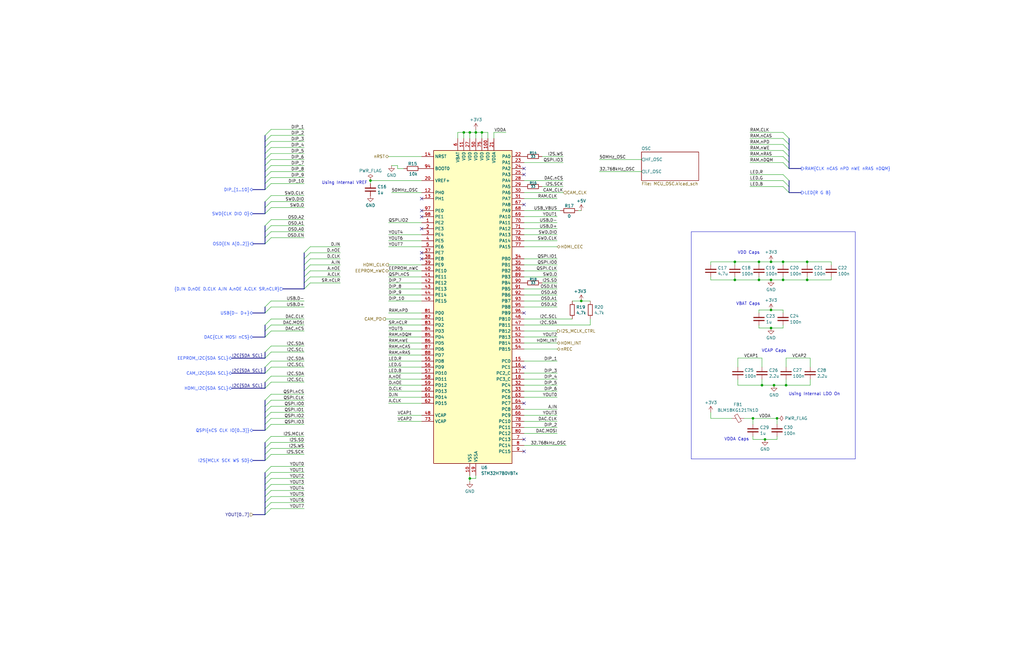
<source format=kicad_sch>
(kicad_sch (version 20231120) (generator "eeschema") (generator_version "8.0")
  (paper "B")
  (title_block (title "Camera Testing Board") (date "2024-10-19") (rev "1") (comment 1 "E. Eidt"))
  (lib_symbols
    (symbol "Device:FerriteBead_Small" (pin_numbers hide) (pin_names (offset 0))
      (property "Reference" "FB" (at 1.905 1.27 0))
      (property "Value" "FerriteBead_Small" (at 1.905 -1.27 0))
      (symbol "FerriteBead_Small_0_1"
        (polyline (pts (xy 0 -1.27) (xy 0 -0.7874)))
        (polyline (pts (xy 0 0.889) (xy 0 1.2954)))
        (polyline (pts (xy -1.8288 0.2794) (xy -1.1176 1.4986) (xy 1.8288 -0.2032) (xy 1.1176 -1.4224) (xy -1.8288 0.2794)))
      )
      (symbol "FerriteBead_Small_1_1"
        (pin passive line (at 0 2.54 270) (length 1.27) (name "~") (number "1"))
        (pin passive line (at 0 -2.54 90) (length 1.27) (name "~") (number "2"))
      )
    )
    (symbol "MCU_ST_STM32H7:STM32H7B0VBTx"
      (property "Reference" "U" (at -15.24 67.31 0))
      (property "Value" "STM32H7B0VBTx" (at 12.7 67.31 0))
      (symbol "STM32H7B0VBTx_0_1"
        (rectangle (start -15.24 -66.04) (end 17.78 66.04) (stroke (width 0.254)) (fill (type background)))
      )
      (symbol "STM32H7B0VBTx_1_1"
        (pin bidirectional line (at -20.32 35.56 0) (length 5.08) (name "PE2") (number "1"))
        (pin power_in line (at 0 -71.12 90) (length 5.08) (name "VSS") (number "10"))
        (pin power_in line (at 7.62 71.12 270) (length 5.08) (name "VDD") (number "100"))
        (pin power_in line (at -2.54 71.12 270) (length 5.08) (name "VDD") (number "11"))
        (pin bidirectional line (at -20.32 48.26 0) (length 5.08) (name "PH0") (number "12"))
        (pin bidirectional line (at -20.32 45.72 0) (length 5.08) (name "PH1") (number "13"))
        (pin input line (at -20.32 63.5 0) (length 5.08) (name "NRST") (number "14"))
        (pin bidirectional line (at 22.86 -22.86 180) (length 5.08) (name "PC0") (number "15"))
        (pin bidirectional line (at 22.86 -25.4 180) (length 5.08) (name "PC1") (number "16"))
        (pin bidirectional line (at 22.86 -27.94 180) (length 5.08) (name "PC2_C") (number "17"))
        (pin bidirectional line (at 22.86 -30.48 180) (length 5.08) (name "PC3_C") (number "18"))
        (pin power_in line (at 2.54 -71.12 90) (length 5.08) (name "VSSA") (number "19"))
        (pin bidirectional line (at -20.32 33.02 0) (length 5.08) (name "PE3") (number "2"))
        (pin input line (at -20.32 53.34 0) (length 5.08) (name "VREF+") (number "20"))
        (pin power_in line (at 10.16 71.12 270) (length 5.08) (name "VDDA") (number "21"))
        (pin bidirectional line (at 22.86 63.5 180) (length 5.08) (name "PA0") (number "22"))
        (pin bidirectional line (at 22.86 60.96 180) (length 5.08) (name "PA1") (number "23"))
        (pin bidirectional line (at 22.86 58.42 180) (length 5.08) (name "PA2") (number "24"))
        (pin bidirectional line (at 22.86 55.88 180) (length 5.08) (name "PA3") (number "25"))
        (pin passive line (at 0 -71.12 90) (length 5.08) hide (name "VSS") (number "26"))
        (pin power_in line (at 0 71.12 270) (length 5.08) (name "VDD") (number "27"))
        (pin bidirectional line (at 22.86 53.34 180) (length 5.08) (name "PA4") (number "28"))
        (pin bidirectional line (at 22.86 50.8 180) (length 5.08) (name "PA5") (number "29"))
        (pin bidirectional line (at -20.32 30.48 0) (length 5.08) (name "PE4") (number "3"))
        (pin bidirectional line (at 22.86 48.26 180) (length 5.08) (name "PA6") (number "30"))
        (pin bidirectional line (at 22.86 45.72 180) (length 5.08) (name "PA7") (number "31"))
        (pin bidirectional line (at 22.86 -33.02 180) (length 5.08) (name "PC4") (number "32"))
        (pin bidirectional line (at 22.86 -35.56 180) (length 5.08) (name "PC5") (number "33"))
        (pin bidirectional line (at 22.86 20.32 180) (length 5.08) (name "PB0") (number "34"))
        (pin bidirectional line (at 22.86 17.78 180) (length 5.08) (name "PB1") (number "35"))
        (pin bidirectional line (at 22.86 15.24 180) (length 5.08) (name "PB2") (number "36"))
        (pin bidirectional line (at -20.32 22.86 0) (length 5.08) (name "PE7") (number "37"))
        (pin bidirectional line (at -20.32 20.32 0) (length 5.08) (name "PE8") (number "38"))
        (pin bidirectional line (at -20.32 17.78 0) (length 5.08) (name "PE9") (number "39"))
        (pin bidirectional line (at -20.32 27.94 0) (length 5.08) (name "PE5") (number "4"))
        (pin bidirectional line (at -20.32 15.24 0) (length 5.08) (name "PE10") (number "40"))
        (pin bidirectional line (at -20.32 12.7 0) (length 5.08) (name "PE11") (number "41"))
        (pin bidirectional line (at -20.32 10.16 0) (length 5.08) (name "PE12") (number "42"))
        (pin bidirectional line (at -20.32 7.62 0) (length 5.08) (name "PE13") (number "43"))
        (pin bidirectional line (at -20.32 5.08 0) (length 5.08) (name "PE14") (number "44"))
        (pin bidirectional line (at -20.32 2.54 0) (length 5.08) (name "PE15") (number "45"))
        (pin bidirectional line (at 22.86 -5.08 180) (length 5.08) (name "PB10") (number "46"))
        (pin bidirectional line (at 22.86 -7.62 180) (length 5.08) (name "PB11") (number "47"))
        (pin power_out line (at -20.32 -45.72 0) (length 5.08) (name "VCAP") (number "48"))
        (pin passive line (at 0 -71.12 90) (length 5.08) hide (name "VSS") (number "49"))
        (pin bidirectional line (at -20.32 25.4 0) (length 5.08) (name "PE6") (number "5"))
        (pin power_in line (at 2.54 71.12 270) (length 5.08) (name "VDD") (number "50"))
        (pin bidirectional line (at 22.86 -10.16 180) (length 5.08) (name "PB12") (number "51"))
        (pin bidirectional line (at 22.86 -12.7 180) (length 5.08) (name "PB13") (number "52"))
        (pin bidirectional line (at 22.86 -15.24 180) (length 5.08) (name "PB14") (number "53"))
        (pin bidirectional line (at 22.86 -17.78 180) (length 5.08) (name "PB15") (number "54"))
        (pin bidirectional line (at -20.32 -22.86 0) (length 5.08) (name "PD8") (number "55"))
        (pin bidirectional line (at -20.32 -25.4 0) (length 5.08) (name "PD9") (number "56"))
        (pin bidirectional line (at -20.32 -27.94 0) (length 5.08) (name "PD10") (number "57"))
        (pin bidirectional line (at -20.32 -30.48 0) (length 5.08) (name "PD11") (number "58"))
        (pin bidirectional line (at -20.32 -33.02 0) (length 5.08) (name "PD12") (number "59"))
        (pin power_in line (at -5.08 71.12 270) (length 5.08) (name "VBAT") (number "6"))
        (pin bidirectional line (at -20.32 -35.56 0) (length 5.08) (name "PD13") (number "60"))
        (pin bidirectional line (at -20.32 -38.1 0) (length 5.08) (name "PD14") (number "61"))
        (pin bidirectional line (at -20.32 -40.64 0) (length 5.08) (name "PD15") (number "62"))
        (pin bidirectional line (at 22.86 -38.1 180) (length 5.08) (name "PC6") (number "63"))
        (pin bidirectional line (at 22.86 -40.64 180) (length 5.08) (name "PC7") (number "64"))
        (pin bidirectional line (at 22.86 -43.18 180) (length 5.08) (name "PC8") (number "65"))
        (pin bidirectional line (at 22.86 -45.72 180) (length 5.08) (name "PC9") (number "66"))
        (pin bidirectional line (at 22.86 43.18 180) (length 5.08) (name "PA8") (number "67"))
        (pin bidirectional line (at 22.86 40.64 180) (length 5.08) (name "PA9") (number "68"))
        (pin bidirectional line (at 22.86 38.1 180) (length 5.08) (name "PA10") (number "69"))
        (pin bidirectional line (at 22.86 -55.88 180) (length 5.08) (name "PC13") (number "7"))
        (pin bidirectional line (at 22.86 35.56 180) (length 5.08) (name "PA11") (number "70"))
        (pin bidirectional line (at 22.86 33.02 180) (length 5.08) (name "PA12") (number "71"))
        (pin bidirectional line (at 22.86 30.48 180) (length 5.08) (name "PA13") (number "72"))
        (pin power_out line (at -20.32 -48.26 0) (length 5.08) (name "VCAP") (number "73"))
        (pin passive line (at 0 -71.12 90) (length 5.08) hide (name "VSS") (number "74"))
        (pin power_in line (at 5.08 71.12 270) (length 5.08) (name "VDD") (number "75"))
        (pin bidirectional line (at 22.86 27.94 180) (length 5.08) (name "PA14") (number "76"))
        (pin bidirectional line (at 22.86 25.4 180) (length 5.08) (name "PA15") (number "77"))
        (pin bidirectional line (at 22.86 -48.26 180) (length 5.08) (name "PC10") (number "78"))
        (pin bidirectional line (at 22.86 -50.8 180) (length 5.08) (name "PC11") (number "79"))
        (pin bidirectional line (at 22.86 -58.42 180) (length 5.08) (name "PC14") (number "8"))
        (pin bidirectional line (at 22.86 -53.34 180) (length 5.08) (name "PC12") (number "80"))
        (pin bidirectional line (at -20.32 -2.54 0) (length 5.08) (name "PD0") (number "81"))
        (pin bidirectional line (at -20.32 -5.08 0) (length 5.08) (name "PD1") (number "82"))
        (pin bidirectional line (at -20.32 -7.62 0) (length 5.08) (name "PD2") (number "83"))
        (pin bidirectional line (at -20.32 -10.16 0) (length 5.08) (name "PD3") (number "84"))
        (pin bidirectional line (at -20.32 -12.7 0) (length 5.08) (name "PD4") (number "85"))
        (pin bidirectional line (at -20.32 -15.24 0) (length 5.08) (name "PD5") (number "86"))
        (pin bidirectional line (at -20.32 -17.78 0) (length 5.08) (name "PD6") (number "87"))
        (pin bidirectional line (at -20.32 -20.32 0) (length 5.08) (name "PD7") (number "88"))
        (pin bidirectional line (at 22.86 12.7 180) (length 5.08) (name "PB3") (number "89"))
        (pin bidirectional line (at 22.86 -60.96 180) (length 5.08) (name "PC15") (number "9"))
        (pin bidirectional line (at 22.86 10.16 180) (length 5.08) (name "PB4") (number "90"))
        (pin bidirectional line (at 22.86 7.62 180) (length 5.08) (name "PB5") (number "91"))
        (pin bidirectional line (at 22.86 5.08 180) (length 5.08) (name "PB6") (number "92"))
        (pin bidirectional line (at 22.86 2.54 180) (length 5.08) (name "PB7") (number "93"))
        (pin input line (at -20.32 58.42 0) (length 5.08) (name "BOOT0") (number "94"))
        (pin bidirectional line (at 22.86 0 180) (length 5.08) (name "PB8") (number "95"))
        (pin bidirectional line (at 22.86 -2.54 180) (length 5.08) (name "PB9") (number "96"))
        (pin bidirectional line (at -20.32 40.64 0) (length 5.08) (name "PE0") (number "97"))
        (pin bidirectional line (at -20.32 38.1 0) (length 5.08) (name "PE1") (number "98"))
        (pin passive line (at 0 -71.12 90) (length 5.08) hide (name "VSS") (number "99"))
      )
    )
    (symbol "PCM_SL_Capacitors:100nF_Ceramic"
      (property "Reference" "C" (at 0 6.35 0))
      (property "Value" "100nF_Ceramic" (at 0 3.81 0))
      (symbol "100nF_Ceramic_0_1"
        (rectangle (start -0.762 2.286) (end -0.508 -2.286) (fill (type outline)))
        (rectangle (start 0.508 2.286) (end 0.762 -2.286) (fill (type outline)))
      )
      (symbol "100nF_Ceramic_1_1"
        (pin passive line (at -2.54 0 0) (length 2) (name "~") (number "1"))
        (pin input line (at 2.54 0 180) (length 2) (name "~") (number "2"))
      )
    )
    (symbol "PCM_SL_Devices:Capacitor_NP"
      (property "Reference" "C" (at 0 6.35 0))
      (property "Value" "Capacitor_NP" (at 0 3.81 0))
      (symbol "Capacitor_NP_0_1"
        (rectangle (start -0.762 2.286) (end -0.508 -2.286) (fill (type outline)))
        (rectangle (start 0.508 2.286) (end 0.762 -2.286) (fill (type outline)))
      )
      (symbol "Capacitor_NP_1_1"
        (pin passive line (at -2.54 0 0) (length 2) (name "~") (number "1"))
        (pin input line (at 2.54 0 180) (length 2) (name "~") (number "2"))
      )
    )
    (symbol "PCM_SL_Resistors:0ohm"
      (property "Reference" "R" (at 0 5.08 0))
      (property "Value" "0ohm" (at 0 2.54 0))
      (symbol "0ohm_0_1"
        (rectangle (start -2.286 0.889) (end 2.286 -0.889) (stroke (width 0.24)))
      )
      (symbol "0ohm_1_1"
        (pin passive line (at -3.81 0 0) (length 1.5) (name "") (number "1"))
        (pin passive line (at 3.81 0 180) (length 1.5) (name "~") (number "2"))
      )
    )
    (symbol "PCM_SL_Resistors:10k"
      (property "Reference" "R" (at 0 5.08 0))
      (property "Value" "10k" (at 0 2.54 0))
      (symbol "10k_0_1"
        (rectangle (start -2.286 0.889) (end 2.286 -0.889) (stroke (width 0.24)))
      )
      (symbol "10k_1_1"
        (pin passive line (at -3.81 0 0) (length 1.5) (name "") (number "1"))
        (pin passive line (at 3.81 0 180) (length 1.5) (name "~") (number "2"))
      )
    )
    (symbol "PCM_SL_Resistors:33ohm"
      (property "Reference" "R" (at 0 5.08 0))
      (property "Value" "33ohm" (at 0 2.54 0))
      (symbol "33ohm_0_1"
        (rectangle (start -2.286 0.889) (end 2.286 -0.889) (stroke (width 0.24)))
      )
      (symbol "33ohm_1_1"
        (pin passive line (at -3.81 0 0) (length 1.5) (name "") (number "1"))
        (pin passive line (at 3.81 0 180) (length 1.5) (name "~") (number "2"))
      )
    )
    (symbol "PCM_SL_Resistors:4.7k"
      (property "Reference" "R" (at 0 5.08 0))
      (property "Value" "4.7k" (at 0 2.54 0))
      (symbol "4.7k_0_1"
        (rectangle (start -2.286 0.889) (end 2.286 -0.889) (stroke (width 0.24)))
      )
      (symbol "4.7k_1_1"
        (pin passive line (at -3.81 0 0) (length 1.5) (name "") (number "1"))
        (pin passive line (at 3.81 0 180) (length 1.5) (name "~") (number "2"))
      )
    )
    (symbol "power:+1V2" (power) (pin_numbers hide) (pin_names (offset 0) hide)
      (property "Value" "+1V2" (at 0 3.556 0))
      (symbol "+1V2_0_1"
        (polyline (pts (xy -0.762 1.27) (xy 0 2.54)))
        (polyline (pts (xy 0 0) (xy 0 2.54)))
        (polyline (pts (xy 0 2.54) (xy 0.762 1.27)))
      )
      (symbol "+1V2_1_1"
        (pin power_in line (at 0 0 90) (length 0) (name "~") (number "1"))
      )
    )
    (symbol "power:+3V3" (power) (pin_numbers hide) (pin_names (offset 0) hide)
      (property "Value" "+3V3" (at 0 3.556 0))
      (symbol "+3V3_0_1"
        (polyline (pts (xy -0.762 1.27) (xy 0 2.54)))
        (polyline (pts (xy 0 0) (xy 0 2.54)))
        (polyline (pts (xy 0 2.54) (xy 0.762 1.27)))
      )
      (symbol "+3V3_1_1"
        (pin power_in line (at 0 0 90) (length 0) (name "~") (number "1"))
      )
    )
    (symbol "power:+5V" (power) (pin_numbers hide) (pin_names (offset 0) hide)
      (property "Value" "+5V" (at 0 3.556 0))
      (symbol "+5V_0_1"
        (polyline (pts (xy -0.762 1.27) (xy 0 2.54)))
        (polyline (pts (xy 0 0) (xy 0 2.54)))
        (polyline (pts (xy 0 2.54) (xy 0.762 1.27)))
      )
      (symbol "+5V_1_1"
        (pin power_in line (at 0 0 90) (length 0) (name "~") (number "1"))
      )
    )
    (symbol "power:GND" (power) (pin_numbers hide) (pin_names (offset 0) hide)
      (property "Value" "GND" (at 0 -3.81 0))
      (symbol "GND_0_1"
        (polyline (pts (xy 0 0) (xy 0 -1.27) (xy 1.27 -1.27) (xy 0 -2.54) (xy -1.27 -1.27) (xy 0 -1.27)))
      )
      (symbol "GND_1_1"
        (pin power_in line (at 0 0 270) (length 0) (name "~") (number "1"))
      )
    )
    (symbol "power:PWR_FLAG" (power) (pin_numbers hide) (pin_names (offset 0) hide)
      (property "Value" "PWR_FLAG" (at 0 3.81 0))
      (symbol "PWR_FLAG_0_0"
        (pin power_out line (at 0 0 90) (length 0) (name "~") (number "1"))
      )
      (symbol "PWR_FLAG_0_1"
        (polyline (pts (xy 0 0) (xy 0 1.27) (xy -1.016 1.905) (xy 0 2.54) (xy 1.016 1.905) (xy 0 1.27)))
      )
    )
  )
  (junction (at 326.39 162.56))
  (junction (at 340.36 110.49))
  (junction (at 198.12 55.88))
  (junction (at 325.12 138.43))
  (junction (at 200.66 55.88))
  (junction (at 245.11 127))
  (junction (at 321.31 162.56))
  (junction (at 309.88 110.49))
  (junction (at 325.12 118.11))
  (junction (at 330.2 118.11))
  (junction (at 317.5 176.53))
  (junction (at 330.2 110.49))
  (junction (at 198.12 201.93))
  (junction (at 156.21 76.2))
  (junction (at 320.04 110.49))
  (junction (at 320.04 118.11))
  (junction (at 331.47 162.56))
  (junction (at 325.12 130.81))
  (junction (at 327.66 176.53))
  (junction (at 195.58 55.88))
  (junction (at 309.88 118.11))
  (junction (at 325.12 110.49))
  (junction (at 322.58 185.42))
  (junction (at 340.36 118.11))
  (junction (at 203.2 55.88))
  (no_connect (at 177.8 109.22))
  (no_connect (at 220.98 86.36))
  (no_connect (at 220.98 73.66))
  (no_connect (at 177.8 83.82))
  (no_connect (at 177.8 96.52))
  (no_connect (at 220.98 185.42))
  (no_connect (at 177.8 106.68))
  (no_connect (at 177.8 88.9))
  (no_connect (at 220.98 154.94))
  (no_connect (at 220.98 190.5))
  (no_connect (at 220.98 132.08))
  (no_connect (at 220.98 71.12))
  (no_connect (at 220.98 170.18))
  (no_connect (at 177.8 91.44))
  (bus_entry (at 114.3 199.39) (size -2.54 2.54))
  (bus_entry (at 130.81 109.22) (size -2.54 2.54))
  (bus_entry (at 130.81 114.3) (size -2.54 2.54))
  (bus_entry (at 114.3 207.01) (size -2.54 2.54))
  (bus_entry (at 111.76 194.31) (size 2.54 -2.54))
  (bus_entry (at 114.3 87.63) (size -2.54 2.54))
  (bus_entry (at 111.76 132.08) (size 2.54 -2.54))
  (bus_entry (at 111.76 163.83) (size 2.54 -2.54))
  (bus_entry (at 111.76 161.29) (size 2.54 -2.54))
  (bus_entry (at 114.3 179.07) (size -2.54 2.54))
  (bus_entry (at 111.76 151.13) (size 2.54 -2.54))
  (bus_entry (at 114.3 64.77) (size -2.54 2.54))
  (bus_entry (at 330.2 63.5) (size 2.54 2.54))
  (bus_entry (at 114.3 212.09) (size -2.54 2.54))
  (bus_entry (at 114.3 67.31) (size -2.54 2.54))
  (bus_entry (at 111.76 191.77) (size 2.54 -2.54))
  (bus_entry (at 330.2 68.58) (size 2.54 2.54))
  (bus_entry (at 111.76 189.23) (size 2.54 -2.54))
  (bus_entry (at 114.3 57.15) (size -2.54 2.54))
  (bus_entry (at 114.3 69.85) (size -2.54 2.54))
  (bus_entry (at 114.3 97.79) (size -2.54 2.54))
  (bus_entry (at 330.2 58.42) (size 2.54 2.54))
  (bus_entry (at 111.76 137.16) (size 2.54 -2.54))
  (bus_entry (at 114.3 62.23) (size -2.54 2.54))
  (bus_entry (at 130.81 106.68) (size -2.54 2.54))
  (bus_entry (at 111.76 157.48) (size 2.54 -2.54))
  (bus_entry (at 114.3 176.53) (size -2.54 2.54))
  (bus_entry (at 114.3 196.85) (size -2.54 2.54))
  (bus_entry (at 330.2 66.04) (size 2.54 2.54))
  (bus_entry (at 114.3 171.45) (size -2.54 2.54))
  (bus_entry (at 114.3 100.33) (size -2.54 2.54))
  (bus_entry (at 130.81 119.38) (size -2.54 2.54))
  (bus_entry (at 114.3 204.47) (size -2.54 2.54))
  (bus_entry (at 111.76 139.7) (size 2.54 -2.54))
  (bus_entry (at 114.3 59.69) (size -2.54 2.54))
  (bus_entry (at 114.3 201.93) (size -2.54 2.54))
  (bus_entry (at 114.3 166.37) (size -2.54 2.54))
  (bus_entry (at 332.74 81.28) (size -2.54 -2.54))
  (bus_entry (at 114.3 173.99) (size -2.54 2.54))
  (bus_entry (at 114.3 82.55) (size -2.54 2.54))
  (bus_entry (at 114.3 54.61) (size -2.54 2.54))
  (bus_entry (at 111.76 148.59) (size 2.54 -2.54))
  (bus_entry (at 130.81 111.76) (size -2.54 2.54))
  (bus_entry (at 114.3 72.39) (size -2.54 2.54))
  (bus_entry (at 114.3 74.93) (size -2.54 2.54))
  (bus_entry (at 332.74 78.74) (size -2.54 -2.54))
  (bus_entry (at 111.76 186.69) (size 2.54 -2.54))
  (bus_entry (at 111.76 129.54) (size 2.54 -2.54))
  (bus_entry (at 332.74 76.2) (size -2.54 -2.54))
  (bus_entry (at 111.76 142.24) (size 2.54 -2.54))
  (bus_entry (at 114.3 92.71) (size -2.54 2.54))
  (bus_entry (at 114.3 85.09) (size -2.54 2.54))
  (bus_entry (at 130.81 104.14) (size -2.54 2.54))
  (bus_entry (at 114.3 209.55) (size -2.54 2.54))
  (bus_entry (at 130.81 116.84) (size -2.54 2.54))
  (bus_entry (at 330.2 60.96) (size 2.54 2.54))
  (bus_entry (at 114.3 77.47) (size -2.54 2.54))
  (bus_entry (at 330.2 55.88) (size 2.54 2.54))
  (bus_entry (at 114.3 214.63) (size -2.54 2.54))
  (bus_entry (at 111.76 154.94) (size 2.54 -2.54))
  (bus_entry (at 114.3 168.91) (size -2.54 2.54))
  (bus_entry (at 114.3 95.25) (size -2.54 2.54))
  (wire (pts (xy 320.04 118.11) (xy 325.12 118.11)))
  (wire (pts (xy 198.12 203.2) (xy 198.12 201.93)))
  (wire (pts (xy 325.12 138.43) (xy 330.2 138.43)))
  (wire (pts (xy 165.1 69.85) (xy 167.64 69.85)))
  (wire (pts (xy 326.39 162.56) (xy 331.47 162.56)))
  (wire (pts (xy 114.3 191.77) (xy 128.27 191.77)))
  (wire (pts (xy 114.3 179.07) (xy 128.27 179.07)))
  (wire (pts (xy 331.47 151.13) (xy 331.47 154.94)))
  (bus (pts (xy 111.76 87.63) (xy 111.76 90.17)))
  (wire (pts (xy 299.72 111.76) (xy 299.72 110.49)))
  (wire (pts (xy 200.66 201.93) (xy 198.12 201.93)))
  (wire (pts (xy 114.3 168.91) (xy 128.27 168.91)))
  (wire (pts (xy 163.83 111.76) (xy 177.8 111.76)))
  (wire (pts (xy 114.3 127) (xy 128.27 127)))
  (bus (pts (xy 111.76 161.29) (xy 111.76 163.83)))
  (wire (pts (xy 130.81 119.38) (xy 143.51 119.38)))
  (wire (pts (xy 330.2 118.11) (xy 340.36 118.11)))
  (wire (pts (xy 340.36 110.49) (xy 350.52 110.49)))
  (wire (pts (xy 299.72 118.11) (xy 309.88 118.11)))
  (bus (pts (xy 111.76 212.09) (xy 111.76 214.63)))
  (bus (pts (xy 106.68 142.24) (xy 111.76 142.24)))
  (bus (pts (xy 111.76 154.94) (xy 111.76 157.48)))
  (bus (pts (xy 111.76 72.39) (xy 111.76 74.93)))
  (bus (pts (xy 128.27 116.84) (xy 128.27 119.38)))
  (wire (pts (xy 193.04 58.42) (xy 193.04 55.88)))
  (wire (pts (xy 340.36 116.84) (xy 340.36 118.11)))
  (wire (pts (xy 330.2 58.42) (xy 316.23 58.42)))
  (wire (pts (xy 114.3 212.09) (xy 128.27 212.09)))
  (bus (pts (xy 111.76 214.63) (xy 111.76 217.17)))
  (bus (pts (xy 111.76 199.39) (xy 111.76 201.93)))
  (bus (pts (xy 106.68 102.87) (xy 111.76 102.87)))
  (wire (pts (xy 114.3 82.55) (xy 128.27 82.55)))
  (wire (pts (xy 114.3 199.39) (xy 128.27 199.39)))
  (bus (pts (xy 111.76 62.23) (xy 111.76 64.77)))
  (bus (pts (xy 332.74 63.5) (xy 332.74 66.04)))
  (bus (pts (xy 111.76 80.01) (xy 106.68 80.01)))
  (wire (pts (xy 220.98 142.24) (xy 234.95 142.24)))
  (wire (pts (xy 114.3 201.93) (xy 128.27 201.93)))
  (wire (pts (xy 220.98 88.9) (xy 236.22 88.9)))
  (wire (pts (xy 220.98 91.44) (xy 234.95 91.44)))
  (wire (pts (xy 322.58 185.42) (xy 327.66 185.42)))
  (bus (pts (xy 111.76 186.69) (xy 111.76 189.23)))
  (wire (pts (xy 114.3 152.4) (xy 128.27 152.4)))
  (wire (pts (xy 195.58 58.42) (xy 195.58 55.88)))
  (wire (pts (xy 167.64 71.12) (xy 170.18 71.12)))
  (bus (pts (xy 106.68 90.17) (xy 111.76 90.17)))
  (wire (pts (xy 330.2 110.49) (xy 340.36 110.49)))
  (bus (pts (xy 111.76 207.01) (xy 111.76 209.55)))
  (wire (pts (xy 220.98 114.3) (xy 234.95 114.3)))
  (wire (pts (xy 325.12 118.11) (xy 330.2 118.11)))
  (wire (pts (xy 331.47 160.02) (xy 331.47 162.56)))
  (bus (pts (xy 128.27 106.68) (xy 128.27 109.22)))
  (wire (pts (xy 220.98 167.64) (xy 234.95 167.64)))
  (wire (pts (xy 330.2 60.96) (xy 316.23 60.96)))
  (wire (pts (xy 114.3 85.09) (xy 128.27 85.09)))
  (wire (pts (xy 114.3 59.69) (xy 128.27 59.69)))
  (wire (pts (xy 317.5 184.15) (xy 317.5 185.42)))
  (bus (pts (xy 106.68 194.31) (xy 111.76 194.31)))
  (bus (pts (xy 111.76 209.55) (xy 111.76 212.09)))
  (bus (pts (xy 332.74 71.12) (xy 337.82 71.12)))
  (wire (pts (xy 317.5 176.53) (xy 327.66 176.53)))
  (wire (pts (xy 331.47 151.13) (xy 341.63 151.13)))
  (wire (pts (xy 317.5 176.53) (xy 313.69 176.53)))
  (wire (pts (xy 114.3 74.93) (xy 128.27 74.93)))
  (wire (pts (xy 130.81 114.3) (xy 143.51 114.3)))
  (wire (pts (xy 220.98 81.28) (xy 237.49 81.28)))
  (wire (pts (xy 220.98 76.2) (xy 237.49 76.2)))
  (wire (pts (xy 309.88 116.84) (xy 309.88 118.11)))
  (bus (pts (xy 111.76 77.47) (xy 111.76 80.01)))
  (wire (pts (xy 163.83 167.64) (xy 177.8 167.64)))
  (wire (pts (xy 220.98 127) (xy 234.95 127)))
  (wire (pts (xy 114.3 137.16) (xy 128.27 137.16)))
  (wire (pts (xy 177.8 119.38) (xy 163.83 119.38)))
  (wire (pts (xy 114.3 166.37) (xy 128.27 166.37)))
  (bus (pts (xy 128.27 119.38) (xy 128.27 121.92)))
  (wire (pts (xy 220.98 83.82) (xy 234.95 83.82)))
  (wire (pts (xy 200.66 54.61) (xy 200.66 55.88)))
  (wire (pts (xy 114.3 207.01) (xy 128.27 207.01)))
  (wire (pts (xy 114.3 77.47) (xy 128.27 77.47)))
  (wire (pts (xy 325.12 130.81) (xy 330.2 130.81)))
  (wire (pts (xy 163.83 149.86) (xy 177.8 149.86)))
  (wire (pts (xy 321.31 162.56) (xy 326.39 162.56)))
  (wire (pts (xy 309.88 110.49) (xy 309.88 111.76)))
  (bus (pts (xy 111.76 64.77) (xy 111.76 67.31)))
  (bus (pts (xy 111.76 139.7) (xy 111.76 142.24)))
  (bus (pts (xy 97.79 157.48) (xy 111.76 157.48)))
  (wire (pts (xy 228.6 78.74) (xy 237.49 78.74)))
  (wire (pts (xy 311.15 154.94) (xy 311.15 151.13)))
  (wire (pts (xy 341.63 162.56) (xy 341.63 160.02)))
  (wire (pts (xy 311.15 151.13) (xy 321.31 151.13)))
  (wire (pts (xy 325.12 110.49) (xy 330.2 110.49)))
  (bus (pts (xy 111.76 189.23) (xy 111.76 191.77)))
  (bus (pts (xy 128.27 114.3) (xy 128.27 116.84)))
  (wire (pts (xy 205.74 55.88) (xy 203.2 55.88)))
  (bus (pts (xy 111.76 176.53) (xy 111.76 179.07)))
  (bus (pts (xy 111.76 137.16) (xy 111.76 139.7)))
  (wire (pts (xy 330.2 73.66) (xy 316.23 73.66)))
  (wire (pts (xy 320.04 138.43) (xy 320.04 137.16)))
  (wire (pts (xy 130.81 104.14) (xy 143.51 104.14)))
  (wire (pts (xy 114.3 189.23) (xy 128.27 189.23)))
  (wire (pts (xy 311.15 162.56) (xy 321.31 162.56)))
  (wire (pts (xy 320.04 116.84) (xy 320.04 118.11)))
  (wire (pts (xy 220.98 137.16) (xy 248.92 137.16)))
  (wire (pts (xy 220.98 152.4) (xy 234.95 152.4)))
  (wire (pts (xy 320.04 138.43) (xy 325.12 138.43)))
  (bus (pts (xy 111.76 97.79) (xy 111.76 95.25)))
  (bus (pts (xy 111.76 100.33) (xy 111.76 97.79)))
  (wire (pts (xy 163.83 147.32) (xy 177.8 147.32)))
  (wire (pts (xy 198.12 201.93) (xy 198.12 200.66)))
  (wire (pts (xy 114.3 139.7) (xy 128.27 139.7)))
  (wire (pts (xy 220.98 162.56) (xy 234.95 162.56)))
  (wire (pts (xy 114.3 67.31) (xy 128.27 67.31)))
  (wire (pts (xy 327.66 185.42) (xy 327.66 184.15)))
  (bus (pts (xy 111.76 217.17) (xy 106.68 217.17)))
  (wire (pts (xy 177.8 99.06) (xy 163.83 99.06)))
  (wire (pts (xy 330.2 76.2) (xy 316.23 76.2)))
  (wire (pts (xy 114.3 214.63) (xy 128.27 214.63)))
  (bus (pts (xy 128.27 111.76) (xy 128.27 114.3)))
  (bus (pts (xy 111.76 148.59) (xy 111.76 151.13)))
  (wire (pts (xy 245.11 127) (xy 248.92 127)))
  (wire (pts (xy 156.21 76.2) (xy 177.8 76.2)))
  (wire (pts (xy 167.64 69.85) (xy 167.64 71.12)))
  (wire (pts (xy 238.76 187.96) (xy 220.98 187.96)))
  (wire (pts (xy 316.23 55.88) (xy 330.2 55.88)))
  (wire (pts (xy 167.64 177.8) (xy 177.8 177.8)))
  (wire (pts (xy 330.2 138.43) (xy 330.2 137.16)))
  (wire (pts (xy 177.8 154.94) (xy 163.83 154.94)))
  (wire (pts (xy 241.3 127) (xy 245.11 127)))
  (wire (pts (xy 167.64 175.26) (xy 177.8 175.26)))
  (wire (pts (xy 177.8 101.6) (xy 163.83 101.6)))
  (wire (pts (xy 162.56 134.62) (xy 177.8 134.62)))
  (wire (pts (xy 341.63 154.94) (xy 341.63 151.13)))
  (wire (pts (xy 177.8 93.98) (xy 163.83 93.98)))
  (wire (pts (xy 340.36 118.11) (xy 350.52 118.11)))
  (bus (pts (xy 111.76 173.99) (xy 111.76 176.53)))
  (wire (pts (xy 220.98 165.1) (xy 234.95 165.1)))
  (wire (pts (xy 330.2 78.74) (xy 316.23 78.74)))
  (bus (pts (xy 332.74 58.42) (xy 332.74 60.96)))
  (wire (pts (xy 114.3 54.61) (xy 128.27 54.61)))
  (wire (pts (xy 203.2 55.88) (xy 203.2 58.42)))
  (wire (pts (xy 316.23 66.04) (xy 330.2 66.04)))
  (bus (pts (xy 111.76 102.87) (xy 111.76 100.33)))
  (wire (pts (xy 299.72 110.49) (xy 309.88 110.49)))
  (wire (pts (xy 317.5 179.07) (xy 317.5 176.53)))
  (wire (pts (xy 234.95 139.7) (xy 220.98 139.7)))
  (bus (pts (xy 111.76 67.31) (xy 111.76 69.85)))
  (wire (pts (xy 163.83 144.78) (xy 177.8 144.78)))
  (wire (pts (xy 350.52 110.49) (xy 350.52 111.76)))
  (wire (pts (xy 340.36 110.49) (xy 340.36 111.76)))
  (bus (pts (xy 111.76 129.54) (xy 111.76 132.08)))
  (wire (pts (xy 177.8 127) (xy 163.83 127)))
  (wire (pts (xy 114.3 196.85) (xy 128.27 196.85)))
  (bus (pts (xy 111.76 191.77) (xy 111.76 194.31)))
  (wire (pts (xy 114.3 148.59) (xy 128.27 148.59)))
  (wire (pts (xy 320.04 130.81) (xy 325.12 130.81)))
  (wire (pts (xy 114.3 209.55) (xy 128.27 209.55)))
  (wire (pts (xy 220.98 93.98) (xy 234.95 93.98)))
  (wire (pts (xy 220.98 129.54) (xy 234.95 129.54)))
  (wire (pts (xy 220.98 109.22) (xy 234.95 109.22)))
  (wire (pts (xy 299.72 116.84) (xy 299.72 118.11)))
  (wire (pts (xy 220.98 182.88) (xy 234.95 182.88)))
  (bus (pts (xy 97.79 151.13) (xy 111.76 151.13)))
  (wire (pts (xy 114.3 95.25) (xy 128.27 95.25)))
  (wire (pts (xy 309.88 110.49) (xy 320.04 110.49)))
  (wire (pts (xy 234.95 147.32) (xy 220.98 147.32)))
  (wire (pts (xy 331.47 162.56) (xy 341.63 162.56)))
  (wire (pts (xy 114.3 154.94) (xy 128.27 154.94)))
  (wire (pts (xy 220.98 180.34) (xy 234.95 180.34)))
  (wire (pts (xy 327.66 176.53) (xy 327.66 179.07)))
  (wire (pts (xy 198.12 55.88) (xy 198.12 58.42)))
  (wire (pts (xy 299.72 176.53) (xy 308.61 176.53)))
  (wire (pts (xy 220.98 177.8) (xy 234.95 177.8)))
  (bus (pts (xy 111.76 179.07) (xy 111.76 181.61)))
  (wire (pts (xy 177.8 81.28) (xy 165.1 81.28)))
  (wire (pts (xy 248.92 134.62) (xy 248.92 137.16)))
  (wire (pts (xy 220.98 157.48) (xy 234.95 157.48)))
  (wire (pts (xy 114.3 69.85) (xy 128.27 69.85)))
  (wire (pts (xy 316.23 68.58) (xy 330.2 68.58)))
  (wire (pts (xy 114.3 161.29) (xy 128.27 161.29)))
  (wire (pts (xy 200.66 55.88) (xy 200.66 58.42)))
  (wire (pts (xy 114.3 87.63) (xy 128.27 87.63)))
  (wire (pts (xy 114.3 92.71) (xy 128.27 92.71)))
  (wire (pts (xy 114.3 100.33) (xy 128.27 100.33)))
  (wire (pts (xy 252.73 72.39) (xy 270.51 72.39)))
  (wire (pts (xy 130.81 106.68) (xy 143.51 106.68)))
  (bus (pts (xy 332.74 68.58) (xy 332.74 71.12)))
  (wire (pts (xy 220.98 99.06) (xy 234.95 99.06)))
  (wire (pts (xy 177.8 157.48) (xy 163.83 157.48)))
  (wire (pts (xy 177.8 116.84) (xy 163.83 116.84)))
  (wire (pts (xy 220.98 175.26) (xy 234.95 175.26)))
  (bus (pts (xy 337.82 81.28) (xy 332.74 81.28)))
  (wire (pts (xy 114.3 129.54) (xy 128.27 129.54)))
  (wire (pts (xy 177.8 152.4) (xy 163.83 152.4)))
  (wire (pts (xy 220.98 121.92) (xy 234.95 121.92)))
  (wire (pts (xy 195.58 55.88) (xy 198.12 55.88)))
  (bus (pts (xy 111.76 74.93) (xy 111.76 77.47)))
  (wire (pts (xy 252.73 67.31) (xy 270.51 67.31)))
  (wire (pts (xy 156.21 76.2) (xy 156.21 77.47)))
  (bus (pts (xy 111.76 59.69) (xy 111.76 62.23)))
  (wire (pts (xy 114.3 134.62) (xy 128.27 134.62)))
  (wire (pts (xy 220.98 104.14) (xy 234.95 104.14)))
  (bus (pts (xy 332.74 60.96) (xy 332.74 63.5)))
  (wire (pts (xy 205.74 58.42) (xy 205.74 55.88)))
  (wire (pts (xy 163.83 162.56) (xy 177.8 162.56)))
  (wire (pts (xy 208.28 55.88) (xy 208.28 58.42)))
  (bus (pts (xy 97.79 163.83) (xy 111.76 163.83)))
  (wire (pts (xy 243.84 88.9) (xy 245.11 88.9)))
  (wire (pts (xy 114.3 184.15) (xy 128.27 184.15)))
  (wire (pts (xy 177.8 137.16) (xy 163.83 137.16)))
  (wire (pts (xy 163.83 114.3) (xy 177.8 114.3)))
  (bus (pts (xy 332.74 76.2) (xy 332.74 78.74)))
  (wire (pts (xy 114.3 62.23) (xy 128.27 62.23)))
  (bus (pts (xy 106.68 181.61) (xy 111.76 181.61)))
  (wire (pts (xy 309.88 118.11) (xy 320.04 118.11)))
  (wire (pts (xy 213.36 55.88) (xy 208.28 55.88)))
  (bus (pts (xy 111.76 57.15) (xy 111.76 59.69)))
  (wire (pts (xy 311.15 160.02) (xy 311.15 162.56)))
  (bus (pts (xy 119.38 121.92) (xy 128.27 121.92)))
  (wire (pts (xy 220.98 96.52) (xy 234.95 96.52)))
  (bus (pts (xy 332.74 66.04) (xy 332.74 68.58)))
  (wire (pts (xy 234.95 144.78) (xy 220.98 144.78)))
  (wire (pts (xy 177.8 124.46) (xy 163.83 124.46)))
  (wire (pts (xy 203.2 55.88) (xy 200.66 55.88)))
  (wire (pts (xy 198.12 55.88) (xy 200.66 55.88)))
  (bus (pts (xy 111.76 168.91) (xy 111.76 171.45)))
  (wire (pts (xy 130.81 116.84) (xy 143.51 116.84)))
  (wire (pts (xy 321.31 151.13) (xy 321.31 154.94)))
  (wire (pts (xy 114.3 97.79) (xy 128.27 97.79)))
  (wire (pts (xy 163.83 160.02) (xy 177.8 160.02)))
  (bus (pts (xy 111.76 85.09) (xy 111.76 87.63)))
  (wire (pts (xy 299.72 173.99) (xy 299.72 176.53)))
  (wire (pts (xy 177.8 104.14) (xy 163.83 104.14)))
  (wire (pts (xy 220.98 111.76) (xy 234.95 111.76)))
  (wire (pts (xy 316.23 63.5) (xy 330.2 63.5)))
  (wire (pts (xy 220.98 124.46) (xy 234.95 124.46)))
  (bus (pts (xy 111.76 69.85) (xy 111.76 72.39)))
  (wire (pts (xy 228.6 119.38) (xy 234.95 119.38)))
  (wire (pts (xy 114.3 173.99) (xy 128.27 173.99)))
  (wire (pts (xy 114.3 57.15) (xy 128.27 57.15)))
  (wire (pts (xy 130.81 109.22) (xy 143.51 109.22)))
  (wire (pts (xy 114.3 158.75) (xy 128.27 158.75)))
  (wire (pts (xy 350.52 118.11) (xy 350.52 116.84)))
  (bus (pts (xy 111.76 132.08) (xy 106.68 132.08)))
  (wire (pts (xy 114.3 72.39) (xy 128.27 72.39)))
  (wire (pts (xy 317.5 185.42) (xy 322.58 185.42)))
  (wire (pts (xy 130.81 111.76) (xy 143.51 111.76)))
  (wire (pts (xy 114.3 186.69) (xy 128.27 186.69)))
  (wire (pts (xy 220.98 68.58) (xy 237.49 68.58)))
  (wire (pts (xy 220.98 116.84) (xy 234.95 116.84)))
  (wire (pts (xy 163.83 142.24) (xy 177.8 142.24)))
  (wire (pts (xy 330.2 130.81) (xy 330.2 132.08)))
  (wire (pts (xy 320.04 110.49) (xy 325.12 110.49)))
  (wire (pts (xy 177.8 132.08) (xy 163.83 132.08)))
  (wire (pts (xy 220.98 101.6) (xy 234.95 101.6)))
  (wire (pts (xy 114.3 64.77) (xy 128.27 64.77)))
  (wire (pts (xy 177.8 121.92) (xy 163.83 121.92)))
  (wire (pts (xy 193.04 55.88) (xy 195.58 55.88)))
  (bus (pts (xy 332.74 78.74) (xy 332.74 81.28)))
  (bus (pts (xy 128.27 109.22) (xy 128.27 111.76)))
  (wire (pts (xy 163.83 170.18) (xy 177.8 170.18)))
  (wire (pts (xy 330.2 110.49) (xy 330.2 111.76)))
  (wire (pts (xy 114.3 146.05) (xy 128.27 146.05)))
  (wire (pts (xy 220.98 160.02) (xy 234.95 160.02)))
  (wire (pts (xy 114.3 171.45) (xy 128.27 171.45)))
  (wire (pts (xy 163.83 66.04) (xy 177.8 66.04)))
  (wire (pts (xy 321.31 162.56) (xy 321.31 160.02)))
  (wire (pts (xy 228.6 66.04) (xy 237.49 66.04)))
  (wire (pts (xy 163.83 165.1) (xy 177.8 165.1)))
  (wire (pts (xy 320.04 110.49) (xy 320.04 111.76)))
  (bus (pts (xy 111.76 204.47) (xy 111.76 207.01)))
  (wire (pts (xy 330.2 116.84) (xy 330.2 118.11)))
  (bus (pts (xy 111.76 201.93) (xy 111.76 204.47)))
  (bus (pts (xy 111.76 171.45) (xy 111.76 173.99)))
  (wire (pts (xy 234.95 172.72) (xy 220.98 172.72)))
  (wire (pts (xy 220.98 134.62) (xy 241.3 134.62)))
  (wire (pts (xy 114.3 176.53) (xy 128.27 176.53)))
  (wire (pts (xy 320.04 130.81) (xy 320.04 132.08)))
  (wire (pts (xy 177.8 139.7) (xy 163.83 139.7)))
  (wire (pts (xy 200.66 200.66) (xy 200.66 201.93)))
  (wire (pts (xy 114.3 204.47) (xy 128.27 204.47)))
  (rectangle (start 291.465 97.79) (end 360.68 193.675))
  (text "Using Internal LDO On" (at 343.408 166.37 0) (effects (font (size 1.27 1.27))))
  (text "VDDA Caps" (at 310.642 185.42 0) (effects (font (size 1.27 1.27))))
  (text "Using Internal VREF" (at 145.288 77.216 0) (effects (font (size 1.27 1.27))))
  (text "VBAT Caps" (at 315.468 128.27 0) (effects (font (size 1.27 1.27))))
  (text "VCAP Caps" (at 326.39 148.082 0) (effects (font (size 1.27 1.27))))
  (text "VDD Caps" (at 315.722 106.68 0) (effects (font (size 1.27 1.27))))
  (label "DAC.MOSI" (at 128.27 137.16 180))
  (label "RAM.nCAS" (at 163.83 147.32 0))
  (label "RAM.CLK" (at 234.95 83.82 180))
  (label "50MHz_OSC" (at 165.1 81.28 0))
  (label "I2C.SCL" (at 234.95 134.62 180))
  (label "DAC.CLK" (at 234.95 177.8 180))
  (label "DIP_1" (at 234.95 152.4 180))
  (label "I2C.SCL" (at 128.27 148.59 180))
  (label "DIP_9" (at 163.83 124.46 0))
  (label "SWD.DIO" (at 128.27 85.09 180))
  (label "LED.B" (at 316.23 78.74 0))
  (label "I2C{SDA SCL}" (at 97.79 157.48 0))
  (label "VCAP1" (at 167.64 175.26 0))
  (label "YOUT1" (at 234.95 91.44 180))
  (label "LED.R" (at 316.23 73.66 0))
  (label "USB.D-" (at 128.27 127 180))
  (label "OSD.A1" (at 128.27 95.25 180))
  (label "OSD.EN" (at 234.95 121.92 180))
  (label "OSD.A0" (at 234.95 124.46 180))
  (label "SWD.O" (at 234.95 116.84 180))
  (label "YOUT7" (at 163.83 104.14 0))
  (label "DAC.CLK" (at 128.27 134.62 180))
  (label "D.nOE" (at 163.83 162.56 0))
  (label "DIP_6" (at 128.27 67.31 180))
  (label "VCAP1" (at 313.69 151.13 0))
  (label "LED.R" (at 163.83 152.4 0))
  (label "DIP_8" (at 128.27 72.39 180))
  (label "A.IN" (at 234.95 172.72 180))
  (label "QSPI.IO2" (at 163.83 93.98 0))
  (label "YOUT0" (at 128.27 196.85 180))
  (label "DIP_6" (at 234.95 165.1 180))
  (label "A.CLK" (at 143.51 116.84 180))
  (label "SWD.CLK" (at 234.95 101.6 180))
  (label "RAM.nDQM" (at 163.83 142.24 0))
  (label "D.CLK" (at 163.83 165.1 0))
  (label "DIP_1" (at 128.27 54.61 180))
  (label "DIP_7" (at 163.83 119.38 0))
  (label "DAC.nCS" (at 128.27 139.7 180))
  (label "YOUT2" (at 128.27 201.93 180))
  (label "50MHz_OSC" (at 252.73 67.31 0))
  (label "A.nOE" (at 143.51 114.3 180))
  (label "YOUT7" (at 128.27 214.63 180))
  (label "OSD.EN" (at 128.27 100.33 180))
  (label "RAM.nCAS" (at 316.23 58.42 0))
  (label "DAC.MOSI" (at 234.95 182.88 180))
  (label "CAM_CLK" (at 237.49 81.28 180))
  (label "YOUT5" (at 163.83 139.7 0))
  (label "SR.nCLR" (at 163.83 137.16 0))
  (label "A.IN" (at 143.51 111.76 180))
  (label "YOUT6" (at 163.83 101.6 0))
  (label "HDMI_INT" (at 234.95 144.78 180))
  (label "DIP_2" (at 234.95 180.34 180))
  (label "A.CLK" (at 163.83 170.18 0))
  (label "I2C.SCL" (at 128.27 154.94 180))
  (label "RAM.CLK" (at 316.23 55.88 0))
  (label "QSPI.IO1" (at 128.27 173.99 180))
  (label "I2S.SCK" (at 128.27 191.77 180))
  (label "YOUT2" (at 234.95 142.24 180))
  (label "I2S.WS" (at 237.49 66.04 180))
  (label "I2C.SDA" (at 128.27 158.75 180))
  (label "RAM.nPD" (at 163.83 132.08 0))
  (label "YOUT4" (at 163.83 99.06 0))
  (label "A.nOE" (at 163.83 160.02 0))
  (label "D.CLK" (at 143.51 109.22 180))
  (label "RAM.nRAS" (at 163.83 149.86 0))
  (label "LED.G" (at 163.83 154.94 0))
  (label "DIP_10" (at 128.27 77.47 180))
  (label "USB.D-" (at 234.95 93.98 180))
  (label "VCAP2" (at 167.64 177.8 0))
  (label "YOUT0" (at 234.95 167.64 180))
  (label "I2C.SDA" (at 234.95 137.16 180))
  (label "DIP_8" (at 163.83 121.92 0))
  (label "OSD.A2" (at 234.95 129.54 180))
  (label "I2S.SD" (at 234.95 119.38 180))
  (label "LED.B" (at 163.83 157.48 0))
  (label "32.768kHz_OSC" (at 238.76 187.96 180))
  (label "QSPI.IO3" (at 128.27 179.07 180))
  (label "EEPROM_nWC" (at 163.83 114.3 0))
  (label "YOUT5" (at 128.27 209.55 180))
  (label "DIP_5" (at 234.95 162.56 180))
  (label "YOUT3" (at 128.27 204.47 180))
  (label "I2C{SDA SCL}" (at 97.79 151.13 0))
  (label "VDDA" (at 320.04 176.53 0))
  (label "DIP_4" (at 128.27 62.23 180))
  (label "DIP_3" (at 128.27 59.69 180))
  (label "DIP_7" (at 128.27 69.85 180))
  (label "USB.D+" (at 234.95 96.52 180))
  (label "VDDA" (at 213.36 55.88 180))
  (label "32.768kHz_OSC" (at 252.73 72.39 0))
  (label "SWD.CLK" (at 128.27 82.55 180))
  (label "I2S.WS" (at 128.27 189.23 180))
  (label "DIP_5" (at 128.27 64.77 180))
  (label "YOUT6" (at 128.27 212.09 180))
  (label "DIP_4" (at 234.95 160.02 180))
  (label "OSD.A0" (at 128.27 97.79 180))
  (label "SWD.DIO" (at 234.95 99.06 180))
  (label "QSPI.IO1" (at 234.95 109.22 180))
  (label "I2S.SCK" (at 237.49 78.74 180))
  (label "I2C.SDA" (at 128.27 152.4 180))
  (label "RAM.nRAS" (at 316.23 66.04 0))
  (label "RAM.nWE" (at 163.83 144.78 0))
  (label "QSPI.CLK" (at 234.95 114.3 180))
  (label "SR.nCLR" (at 143.51 119.38 180))
  (label "QSPI.IO0" (at 128.27 171.45 180))
  (label "USB.D+" (at 128.27 129.54 180))
  (label "QSPI.CLK" (at 128.27 168.91 180))
  (label "DIP_9" (at 128.27 74.93 180))
  (label "I2C.SCL" (at 128.27 161.29 180))
  (label "QSPI.nCS" (at 128.27 166.37 180))
  (label "I2S.SD" (at 128.27 186.69 180))
  (label "I2S.MCLK" (at 128.27 184.15 180))
  (label "OSD.A2" (at 128.27 92.71 180))
  (label "D.IN" (at 143.51 104.14 180))
  (label "YOUT1" (at 128.27 199.39 180))
  (label "VCAP2" (at 334.01 151.13 0))
  (label "DIP_10" (at 163.83 127 0))
  (label "USB_VBUS" (at 234.95 88.9 180))
  (label "OSD.A1" (at 234.95 127 180))
  (label "I2C{SDA SCL}" (at 97.79 163.83 0))
  (label "DIP_2" (at 128.27 57.15 180))
  (label "YOUT3" (at 234.95 175.26 180))
  (label "D.IN" (at 163.83 167.64 0))
  (label "SWD.O" (at 128.27 87.63 180))
  (label "RAM.nPD" (at 316.23 60.96 0))
  (label "LED.G" (at 316.23 76.2 0))
  (label "YOUT4" (at 128.27 207.01 180))
  (label "DIP_3" (at 234.95 157.48 180))
  (label "QSPI.IO3" (at 237.49 68.58 180))
  (label "RAM.nDQM" (at 316.23 68.58 0))
  (label "QSPI.nCS" (at 163.83 116.84 0))
  (label "RAM.nWE" (at 316.23 63.5 0))
  (label "QSPI.IO2" (at 128.27 176.53 180))
  (label "QSPI.IO0" (at 234.95 111.76 180))
  (label "D.nOE" (at 143.51 106.68 180))
  (label "DAC.nCS" (at 237.49 76.2 180))
  (label "I2C.SDA" (at 128.27 146.05 180))
  (hierarchical_label "HDMI_CLK" (shape output) (at 163.83 111.76 180))
  (hierarchical_label "LED{R G B}" (shape output) (at 337.82 81.28 0))
  (hierarchical_label "HDMI_INT" (shape bidirectional) (at 234.95 144.78 0))
  (hierarchical_label "EEPROM_I2C{SDA SCL}" (shape bidirectional) (at 97.79 151.13 180))
  (hierarchical_label "HDMI_I2C{SDA SCL}" (shape bidirectional) (at 97.79 163.83 180))
  (hierarchical_label "HDMI_CEC" (shape bidirectional) (at 234.95 104.14 0))
  (hierarchical_label "RAM{CLK nCAS nPD nWE nRAS nDQM}" (shape output) (at 337.82 71.12 0))
  (hierarchical_label "{D.IN D.nOE D.CLK A.IN A.nOE A.CLK SR.nCLR}" (shape input) (at 119.38 121.92 180))
  (hierarchical_label "I2S_MCLK_CTRL" (shape output) (at 234.95 139.7 0))
  (hierarchical_label "CAM_I2C{SDA SCL}" (shape bidirectional) (at 97.79 157.48 180))
  (hierarchical_label "USB{D- D+}" (shape bidirectional) (at 106.68 132.08 180))
  (hierarchical_label "YOUT[0..7]" (shape input) (at 106.68 217.17 180))
  (hierarchical_label "nRST" (shape bidirectional) (at 163.83 66.04 180))
  (hierarchical_label "nREC" (shape bidirectional) (at 234.95 147.32 0))
  (hierarchical_label "EEPROM_nWC" (shape bidirectional) (at 163.83 114.3 180))
  (hierarchical_label "SWD{CLK DIO O}" (shape bidirectional) (at 106.68 90.17 180))
  (hierarchical_label "CAM_CLK" (shape input) (at 237.49 81.28 0))
  (hierarchical_label "I2S{MCLK SCK WS SD}" (shape bidirectional) (at 106.68 194.31 180))
  (hierarchical_label "QSPI{nCS CLK IO[0..3]}" (shape bidirectional) (at 106.68 181.61 180))
  (hierarchical_label "OSD{EN A[0..2]}" (shape output) (at 106.68 102.87 180))
  (hierarchical_label "CAM_PD" (shape output) (at 162.56 134.62 180))
  (hierarchical_label "DAC{CLK MOSI nCS}" (shape bidirectional) (at 106.68 142.24 180))
  (hierarchical_label "DIP_[1..10]" (shape bidirectional) (at 106.68 80.01 180))
  (symbol (lib_id "power:+3V3") (at 299.72 173.99 0) (mirror y) (unit 1)
    (property "Reference" "#PWR047" (effects (hide yes)))
    (property "Value" "+3V3" (at 299.72 169.8569 0))
    (property "Description" "Power symbol creates a global label with name \"+3V3\"" (effects (hide yes)))
  )
  (symbol (lib_id "power:GND") (at 326.39 162.56 0) (unit 1)
    (property "Reference" "#PWR046" (effects (hide yes)))
    (property "Value" "GND" (at 326.39 166.6931 0))
    (property "Description" "Power symbol creates a global label with name \"GND\" , ground" (effects (hide yes)))
  )
  (symbol (lib_id "PCM_SL_Capacitors:100nF_Ceramic") (at 330.2 134.62 90) (unit 1)
    (property "Reference" "C24" (at 332.994 133.35 90) (effects (justify right)))
    (property "Value" "100n" (at 332.994 135.89 90) (effects (justify right)))
    (property "Footprint" "Capacitor_SMD:C_0603_1608Metric" (effects (hide yes)))
    (property "Description" "100nF Ceramic Capacitor" (effects (hide yes)))
  )
  (symbol (lib_id "PCM_SL_Resistors:4.7k") (at 241.3 130.81 90) (unit 1)
    (property "Reference" "R19" (at 242.944 129.5978 90) (effects (justify right)))
    (property "Value" "4.7k" (at 242.944 132.0221 90) (effects (justify right)))
    (property "Footprint" "Resistor_SMD:R_0603_1608Metric" (effects (hide yes)))
    (property "Description" "4.7kΩ, 1/4W Resistor" (effects (hide yes)))
  )
  (symbol (lib_id "PCM_SL_Devices:Capacitor_NP") (at 341.63 157.48 90) (unit 1)
    (property "Reference" "C28" (at 344.551 156.2678 90) (effects (justify right)))
    (property "Value" "2.2u" (at 344.551 158.6921 90) (effects (justify right)))
    (property "Footprint" "Capacitor_SMD:C_0603_1608Metric" (effects (hide yes)))
    (property "Description" "Unpolarized Capacitor" (effects (hide yes)))
  )
  (symbol (lib_id "PCM_SL_Capacitors:100nF_Ceramic") (at 330.2 114.3 90) (unit 1)
    (property "Reference" "C20" (at 332.994 113.03 90) (effects (justify right)))
    (property "Value" "100n" (at 332.994 115.57 90) (effects (justify right)))
    (property "Footprint" "Capacitor_SMD:C_0603_1608Metric" (effects (hide yes)))
    (property "Description" "100nF Ceramic Capacitor" (effects (hide yes)))
  )
  (symbol (lib_id "PCM_SL_Capacitors:100nF_Ceramic") (at 350.52 114.3 90) (unit 1)
    (property "Reference" "C22" (at 353.314 113.03 90) (effects (justify right)))
    (property "Value" "100n" (at 353.314 115.57 90) (effects (justify right)))
    (property "Footprint" "Capacitor_SMD:C_0603_1608Metric" (effects (hide yes)))
    (property "Description" "100nF Ceramic Capacitor" (effects (hide yes)))
  )
  (symbol (lib_id "PCM_SL_Devices:Capacitor_NP") (at 320.04 134.62 90) (unit 1)
    (property "Reference" "C23" (at 322.961 133.4078 90) (effects (justify right)))
    (property "Value" "1u" (at 322.961 135.8321 90) (effects (justify right)))
    (property "Footprint" "Capacitor_SMD:C_0603_1608Metric" (effects (hide yes)))
    (property "Description" "Unpolarized Capacitor" (effects (hide yes)))
  )
  (symbol (lib_id "PCM_SL_Devices:Capacitor_NP") (at 321.31 157.48 90) (unit 1)
    (property "Reference" "C26" (at 324.231 156.2678 90) (effects (justify right)))
    (property "Value" "2.2u" (at 324.231 158.6921 90) (effects (justify right)))
    (property "Footprint" "Capacitor_SMD:C_0603_1608Metric" (effects (hide yes)))
    (property "Description" "Unpolarized Capacitor" (effects (hide yes)))
  )
  (symbol (lib_id "power:+3V3") (at 325.12 130.81 0) (unit 1)
    (property "Reference" "#PWR044" (effects (hide yes)))
    (property "Value" "+3V3" (at 325.12 126.6769 0))
    (property "Description" "Power symbol creates a global label with name \"+3V3\"" (effects (hide yes)))
  )
  (symbol (lib_id "Device:FerriteBead_Small") (at 311.15 176.53 270) (mirror x) (unit 1)
    (property "Reference" "FB1" (at 311.1881 170.6837 90))
    (property "Value" "BLM18KG121TN1D" (at 311.1881 173.108 90))
    (property "Footprint" "Inductor_SMD:L_0603_1608Metric" (effects (hide yes)))
    (property "Description" "Ferrite bead, small symbol" (effects (hide yes)))
  )
  (symbol (lib_id "power:PWR_FLAG") (at 156.21 76.2 0) (unit 1)
    (property "Reference" "#FLG03" (effects (hide yes)))
    (property "Value" "PWR_FLAG" (at 156.21 72.0669 0))
    (property "Description" "Special symbol for telling ERC where power comes from" (effects (hide yes)))
  )
  (symbol (lib_id "power:GND") (at 165.1 69.85 0) (unit 1)
    (property "Reference" "#PWR038" (effects (hide yes)))
    (property "Value" "GND" (at 165.1 73.9831 0))
    (property "Description" "Power symbol creates a global label with name \"GND\" , ground" (effects (hide yes)))
  )
  (symbol (lib_id "power:GND") (at 325.12 138.43 0) (unit 1)
    (property "Reference" "#PWR045" (effects (hide yes)))
    (property "Value" "GND" (at 325.12 142.5631 0))
    (property "Description" "Power symbol creates a global label with name \"GND\" , ground" (effects (hide yes)))
  )
  (symbol (lib_id "power:GND") (at 325.12 118.11 0) (unit 1)
    (property "Reference" "#PWR042" (effects (hide yes)))
    (property "Value" "GND" (at 325.12 122.2431 0))
    (property "Description" "Power symbol creates a global label with name \"GND\" , ground" (effects (hide yes)))
  )
  (symbol (lib_id "PCM_SL_Resistors:33ohm") (at 224.79 66.04 0) (unit 1)
    (property "Reference" "R14" (at 224.79 64.516 0) (effects (font (size 1.016 1.016))))
    (property "Value" "33" (at 224.79 66.04 0) (effects (font (size 1.016 1.016))))
    (property "Footprint" "Resistor_SMD:R_0402_1005Metric" (effects (hide yes)))
    (property "Description" "33Ω, 1/4W Resistor" (effects (hide yes)))
  )
  (symbol (lib_id "PCM_SL_Capacitors:100nF_Ceramic") (at 340.36 114.3 90) (unit 1)
    (property "Reference" "C21" (at 343.154 113.03 90) (effects (justify right)))
    (property "Value" "100n" (at 343.154 115.57 90) (effects (justify right)))
    (property "Footprint" "Capacitor_SMD:C_0603_1608Metric" (effects (hide yes)))
    (property "Description" "100nF Ceramic Capacitor" (effects (hide yes)))
  )
  (symbol (lib_id "PCM_SL_Capacitors:100nF_Ceramic") (at 309.88 114.3 90) (unit 1)
    (property "Reference" "C18" (at 312.674 113.03 90) (effects (justify right)))
    (property "Value" "100n" (at 312.674 115.57 90) (effects (justify right)))
    (property "Footprint" "Capacitor_SMD:C_0603_1608Metric" (effects (hide yes)))
    (property "Description" "100nF Ceramic Capacitor" (effects (hide yes)))
  )
  (symbol (lib_id "PCM_SL_Resistors:33ohm") (at 224.79 119.38 0) (unit 1)
    (property "Reference" "R18" (at 224.79 117.856 0) (effects (font (size 1.016 1.016))))
    (property "Value" "33" (at 224.79 119.38 0) (effects (font (size 1.016 1.016))))
    (property "Footprint" "Resistor_SMD:R_0402_1005Metric" (effects (hide yes)))
    (property "Description" "33Ω, 1/4W Resistor" (effects (hide yes)))
  )
  (symbol (lib_id "power:PWR_FLAG") (at 327.66 176.53 270) (unit 1)
    (property "Reference" "#FLG04" (effects (hide yes)))
    (property "Value" "PWR_FLAG" (at 330.835 176.53 90) (effects (justify left)))
    (property "Description" "Special symbol for telling ERC where power comes from" (effects (hide yes)))
  )
  (symbol (lib_id "power:+1V2") (at 245.11 127 0) (unit 1)
    (property "Reference" "#PWR043" (effects (hide yes)))
    (property "Value" "+3V3" (at 244.602 122.936 0))
    (property "Description" "Power symbol creates a global label with name \"+1V2\"" (effects (hide yes)))
  )
  (symbol (lib_id "PCM_SL_Resistors:4.7k") (at 248.92 130.81 90) (unit 1)
    (property "Reference" "R20" (at 250.564 129.5978 90) (effects (justify right)))
    (property "Value" "4.7k" (at 250.564 132.0221 90) (effects (justify right)))
    (property "Footprint" "Resistor_SMD:R_0603_1608Metric" (effects (hide yes)))
    (property "Description" "4.7kΩ, 1/4W Resistor" (effects (hide yes)))
  )
  (symbol (lib_id "PCM_SL_Devices:Capacitor_NP") (at 299.72 114.3 90) (unit 1)
    (property "Reference" "C17" (at 302.641 113.0878 90) (effects (justify right)))
    (property "Value" "4.7u" (at 302.641 115.5121 90) (effects (justify right)))
    (property "Footprint" "Capacitor_SMD:C_0603_1608Metric" (effects (hide yes)))
    (property "Description" "Unpolarized Capacitor" (effects (hide yes)))
  )
  (symbol (lib_id "power:GND") (at 198.12 203.2 0) (unit 1)
    (property "Reference" "#PWR049" (effects (hide yes)))
    (property "Value" "GND" (at 198.12 207.3331 0))
    (property "Description" "Power symbol creates a global label with name \"GND\" , ground" (effects (hide yes)))
  )
  (symbol (lib_id "power:+3V3") (at 325.12 110.49 0) (unit 1)
    (property "Reference" "#PWR041" (effects (hide yes)))
    (property "Value" "+3V3" (at 325.12 106.3569 0))
    (property "Description" "Power symbol creates a global label with name \"+3V3\"" (effects (hide yes)))
  )
  (symbol (lib_id "PCM_SL_Resistors:33ohm") (at 224.79 78.74 0) (unit 1)
    (property "Reference" "R16" (at 224.79 77.216 0) (effects (font (size 1.016 1.016))))
    (property "Value" "33" (at 224.79 78.74 0) (effects (font (size 1.016 1.016))))
    (property "Footprint" "Resistor_SMD:R_0402_1005Metric" (effects (hide yes)))
    (property "Description" "33Ω, 1/4W Resistor" (effects (hide yes)))
  )
  (symbol (lib_id "PCM_SL_Capacitors:100nF_Ceramic") (at 331.47 157.48 90) (unit 1)
    (property "Reference" "C27" (at 334.264 156.21 90) (effects (justify right)))
    (property "Value" "100n" (at 334.264 158.75 90) (effects (justify right)))
    (property "Footprint" "Capacitor_SMD:C_0603_1608Metric" (effects (hide yes)))
    (property "Description" "100nF Ceramic Capacitor" (effects (hide yes)))
  )
  (symbol (lib_id "power:+5V") (at 245.11 88.9 0) (unit 1)
    (property "Reference" "#PWR040" (effects (hide yes)))
    (property "Value" "+5V" (at 245.11 84.7669 0))
    (property "Description" "Power symbol creates a global label with name \"+5V\"" (effects (hide yes)))
  )
  (symbol (lib_id "power:GND") (at 156.21 82.55 0) (unit 1)
    (property "Reference" "#PWR039" (effects (hide yes)))
    (property "Value" "GND" (at 156.21 86.6831 0))
    (property "Description" "Power symbol creates a global label with name \"GND\" , ground" (effects (hide yes)))
  )
  (symbol (lib_id "power:GND") (at 322.58 185.42 0) (unit 1)
    (property "Reference" "#PWR048" (effects (hide yes)))
    (property "Value" "GND" (at 322.58 189.5531 0))
    (property "Description" "Power symbol creates a global label with name \"GND\" , ground" (effects (hide yes)))
  )
  (symbol (lib_id "PCM_SL_Devices:Capacitor_NP") (at 156.21 80.01 90) (unit 1)
    (property "Reference" "C16" (at 159.131 78.7978 90) (effects (justify right)))
    (property "Value" "1u" (at 159.131 81.2221 90) (effects (justify right)))
    (property "Footprint" "Capacitor_SMD:C_0603_1608Metric" (effects (hide yes)))
    (property "Description" "Unpolarized Capacitor" (effects (hide yes)))
  )
  (symbol (lib_id "MCU_ST_STM32H7:STM32H7B0VBTx") (at 198.12 129.54 0) (unit 1)
    (property "Reference" "U6" (at 202.8541 197.3001 0) (effects (justify left)))
    (property "Value" "STM32H7B0VBTx" (at 202.8541 199.7244 0) (effects (justify left)))
    (property "Footprint" "Package_QFP:LQFP-100_14x14mm_P0.5mm" (effects (hide yes)))
    (property "Datasheet" "https://www.st.com/resource/en/datasheet/stm32h7b0vb.pdf" (effects (hide yes)))
    (property "Description" "STMicroelectronics Arm Cortex-M7 MCU, 128KB flash, 1184KB RAM, 280 MHz, 1.62-3.6V, 82 GPIO, LQFP100" (effects (hide yes)))
  )
  (symbol (lib_id "PCM_SL_Capacitors:100nF_Ceramic") (at 327.66 181.61 90) (unit 1)
    (property "Reference" "C30" (at 330.454 180.34 90) (effects (justify right)))
    (property "Value" "100n" (at 330.454 182.88 90) (effects (justify right)))
    (property "Footprint" "Capacitor_SMD:C_0603_1608Metric" (effects (hide yes)))
    (property "Description" "100nF Ceramic Capacitor" (effects (hide yes)))
  )
  (symbol (lib_id "power:+3V3") (at 200.66 54.61 0) (unit 1)
    (property "Reference" "#PWR037" (effects (hide yes)))
    (property "Value" "+3V3" (at 200.66 50.4769 0))
    (property "Description" "Power symbol creates a global label with name \"+3V3\"" (effects (hide yes)))
  )
  (symbol (lib_id "PCM_SL_Resistors:10k") (at 173.99 71.12 180) (unit 1)
    (property "Reference" "R15" (at 173.99 69.088 0))
    (property "Value" "10k" (at 174.244 73.406 0))
    (property "Footprint" "Resistor_SMD:R_0603_1608Metric" (effects (hide yes)))
    (property "Description" "10kΩ, 1/4W Resistor" (effects (hide yes)))
  )
  (symbol (lib_id "PCM_SL_Devices:Capacitor_NP") (at 317.5 181.61 90) (unit 1)
    (property "Reference" "C29" (at 320.421 180.3978 90) (effects (justify right)))
    (property "Value" "1u" (at 320.421 182.8221 90) (effects (justify right)))
    (property "Footprint" "Capacitor_SMD:C_0603_1608Metric" (effects (hide yes)))
    (property "Description" "Unpolarized Capacitor" (effects (hide yes)))
  )
  (symbol (lib_id "PCM_SL_Resistors:0ohm") (at 240.03 88.9 0) (unit 1)
    (property "Reference" "R17" (at 240.03 86.868 0))
    (property "Value" "0" (at 240.03 91.186 0))
    (property "Footprint" "Resistor_SMD:R_0603_1608Metric" (effects (hide yes)))
    (property "Description" "0Ω, 1/4W Resistor" (effects (hide yes)))
  )
  (symbol (lib_id "PCM_SL_Capacitors:100nF_Ceramic") (at 320.04 114.3 90) (unit 1)
    (property "Reference" "C19" (at 322.834 113.03 90) (effects (justify right)))
    (property "Value" "100n" (at 322.834 115.57 90) (effects (justify right)))
    (property "Footprint" "Capacitor_SMD:C_0603_1608Metric" (effects (hide yes)))
    (property "Description" "100nF Ceramic Capacitor" (effects (hide yes)))
  )
  (symbol (lib_id "PCM_SL_Capacitors:100nF_Ceramic") (at 311.15 157.48 90) (unit 1)
    (property "Reference" "C25" (at 313.944 156.21 90) (effects (justify right)))
    (property "Value" "100n" (at 313.944 158.75 90) (effects (justify right)))
    (property "Footprint" "Capacitor_SMD:C_0603_1608Metric" (effects (hide yes)))
    (property "Description" "100nF Ceramic Capacitor" (effects (hide yes)))
  )
  (sheet (at 270.51 64.135) (size 24.13 12.065) (stroke (width 0.1524))
    (property "Sheetname" "OSC" (at 270.51 63.4234 0) (effects (justify left bottom)))
    (property "Sheetfile" "MCU_OSC.kicad_sch" (at 270.51 76.7846 0) (effects (justify left top)))
    (pin "HF_OSC" output (at 270.51 67.31 180))
    (pin "LF_OSC" output (at 270.51 72.39 180))
  )
)
</source>
